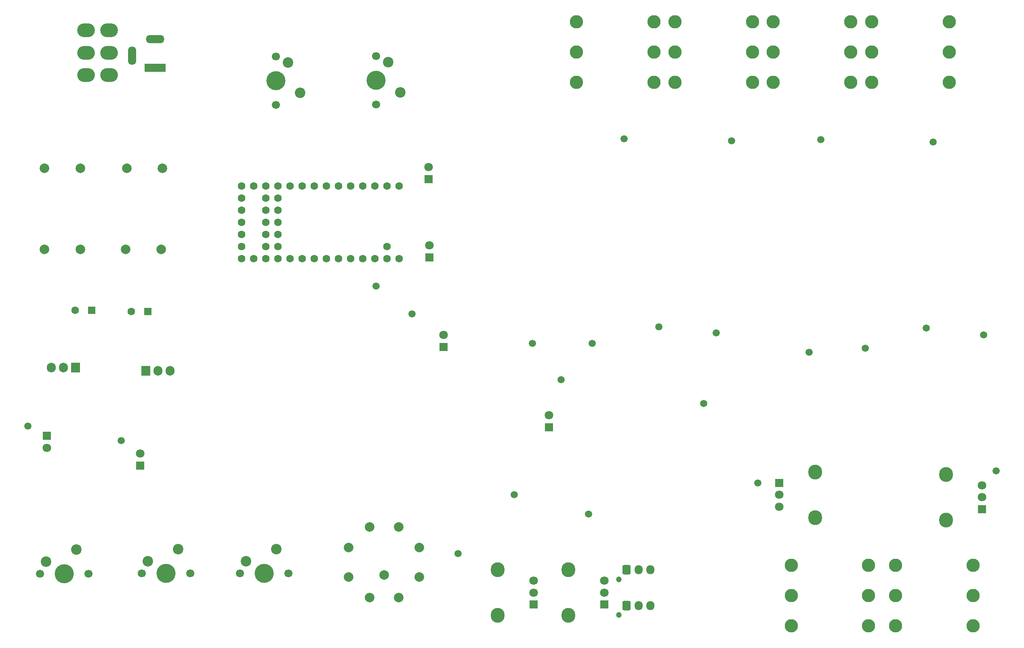
<source format=gbr>
%TF.GenerationSoftware,KiCad,Pcbnew,7.0.8*%
%TF.CreationDate,2024-02-21T10:41:43-05:00*%
%TF.ProjectId,Quad Joystick Mixer,51756164-204a-46f7-9973-7469636b204d,rev?*%
%TF.SameCoordinates,Original*%
%TF.FileFunction,Soldermask,Bot*%
%TF.FilePolarity,Negative*%
%FSLAX46Y46*%
G04 Gerber Fmt 4.6, Leading zero omitted, Abs format (unit mm)*
G04 Created by KiCad (PCBNEW 7.0.8) date 2024-02-21 10:41:43*
%MOMM*%
%LPD*%
G01*
G04 APERTURE LIST*
G04 Aperture macros list*
%AMRoundRect*
0 Rectangle with rounded corners*
0 $1 Rounding radius*
0 $2 $3 $4 $5 $6 $7 $8 $9 X,Y pos of 4 corners*
0 Add a 4 corners polygon primitive as box body*
4,1,4,$2,$3,$4,$5,$6,$7,$8,$9,$2,$3,0*
0 Add four circle primitives for the rounded corners*
1,1,$1+$1,$2,$3*
1,1,$1+$1,$4,$5*
1,1,$1+$1,$6,$7*
1,1,$1+$1,$8,$9*
0 Add four rect primitives between the rounded corners*
20,1,$1+$1,$2,$3,$4,$5,0*
20,1,$1+$1,$4,$5,$6,$7,0*
20,1,$1+$1,$6,$7,$8,$9,0*
20,1,$1+$1,$8,$9,$2,$3,0*%
G04 Aperture macros list end*
%ADD10C,1.500000*%
%ADD11C,2.800000*%
%ADD12C,2.000000*%
%ADD13R,1.800000X1.800000*%
%ADD14C,1.800000*%
%ADD15R,4.400000X1.700000*%
%ADD16O,3.900000X1.700000*%
%ADD17O,1.700000X3.900000*%
%ADD18C,1.700000*%
%ADD19C,4.000000*%
%ADD20C,2.200000*%
%ADD21O,2.900000X3.100000*%
%ADD22R,1.905000X2.000000*%
%ADD23O,1.905000X2.000000*%
%ADD24C,1.200000*%
%ADD25RoundRect,0.250000X-0.600000X-0.725000X0.600000X-0.725000X0.600000X0.725000X-0.600000X0.725000X0*%
%ADD26O,1.700000X1.950000*%
%ADD27O,3.700000X2.900000*%
%ADD28R,1.600000X1.600000*%
%ADD29C,1.600000*%
G04 APERTURE END LIST*
D10*
%TO.C,TP16*%
X161988750Y-58011250D03*
%TD*%
%TO.C,TP19*%
X203238750Y-58261250D03*
%TD*%
D11*
%TO.C,J4*%
X152013750Y-39859850D03*
X168243750Y-39859850D03*
X152013750Y-33509850D03*
X168243750Y-33509850D03*
X152013750Y-46209850D03*
X168243750Y-46209850D03*
%TD*%
D12*
%TO.C,C3*%
X65238750Y-64261250D03*
X57738750Y-64261250D03*
%TD*%
D13*
%TO.C,D11*%
X146268750Y-118589850D03*
D14*
X146268750Y-116049850D03*
%TD*%
D11*
%TO.C,J3*%
X235103750Y-153912650D03*
X218873750Y-153912650D03*
X235103750Y-160262650D03*
X218873750Y-160262650D03*
X235103750Y-147562650D03*
X218873750Y-147562650D03*
%TD*%
D13*
%TO.C,D7*%
X60528750Y-126646250D03*
D14*
X60528750Y-124106250D03*
%TD*%
D15*
%TO.C,J1*%
X63638750Y-43122650D03*
D16*
X63638750Y-37122650D03*
D17*
X58838750Y-40622650D03*
%TD*%
D13*
%TO.C,D21*%
X121151250Y-82986250D03*
D14*
X121151250Y-80446250D03*
%TD*%
D18*
%TO.C,SW6*%
X110028750Y-40711250D03*
D19*
X110028750Y-45791250D03*
D18*
X110028750Y-50871250D03*
D20*
X115108750Y-48331250D03*
X112568750Y-41981250D03*
%TD*%
D11*
%TO.C,J5*%
X172633750Y-39859850D03*
X188863750Y-39859850D03*
X172633750Y-33509850D03*
X188863750Y-33509850D03*
X172633750Y-46209850D03*
X188863750Y-46209850D03*
%TD*%
D21*
%TO.C,RV2*%
X229488750Y-138061250D03*
X229488750Y-128461250D03*
D13*
X236988750Y-135761250D03*
D14*
X236988750Y-133261250D03*
X236988750Y-130761250D03*
%TD*%
D22*
%TO.C,U1*%
X61698750Y-106706250D03*
D23*
X64238750Y-106706250D03*
X66778750Y-106706250D03*
%TD*%
D18*
%TO.C,SW3*%
X39558750Y-149301250D03*
D19*
X44638750Y-149301250D03*
D18*
X49718750Y-149301250D03*
D20*
X47178750Y-144221250D03*
X40828750Y-146761250D03*
%TD*%
D10*
%TO.C,TP13*%
X200763750Y-102836250D03*
%TD*%
D22*
%TO.C,U2*%
X47028750Y-106066250D03*
D23*
X44488750Y-106066250D03*
X41948750Y-106066250D03*
%TD*%
D18*
%TO.C,SW4*%
X60908750Y-149261250D03*
D19*
X65988750Y-149261250D03*
D18*
X71068750Y-149261250D03*
D20*
X68528750Y-144181250D03*
X62178750Y-146721250D03*
%TD*%
D11*
%TO.C,J6*%
X193253750Y-39859850D03*
X209483750Y-39859850D03*
X193253750Y-33509850D03*
X209483750Y-33509850D03*
X193253750Y-46209850D03*
X209483750Y-46209850D03*
%TD*%
D12*
%TO.C,C4*%
X64988750Y-81261250D03*
X57488750Y-81261250D03*
%TD*%
D24*
%TO.C,J9*%
X160900000Y-150475000D03*
D25*
X162500000Y-148475000D03*
D26*
X165000000Y-148475000D03*
X167500000Y-148475000D03*
%TD*%
D12*
%TO.C,SW2*%
X119049750Y-149973650D03*
X114719750Y-154303650D03*
X108597750Y-154303650D03*
X104267750Y-149973650D03*
X104267750Y-143851650D03*
X108597750Y-139521650D03*
X114719750Y-139521650D03*
X119049750Y-143851650D03*
X111658750Y-149562650D03*
%TD*%
D10*
%TO.C,TP5*%
X148768750Y-108589850D03*
%TD*%
D13*
%TO.C,D8*%
X124098750Y-101761250D03*
D14*
X124098750Y-99221250D03*
%TD*%
D10*
%TO.C,TP3*%
X37028750Y-118371250D03*
%TD*%
D21*
%TO.C,RV1*%
X201988750Y-127961250D03*
X201988750Y-137561250D03*
D13*
X194488750Y-130261250D03*
D14*
X194488750Y-132761250D03*
X194488750Y-135261250D03*
%TD*%
D10*
%TO.C,TP18*%
X226738750Y-58761250D03*
%TD*%
D21*
%TO.C,RV4*%
X150288750Y-158061250D03*
X150288750Y-148461250D03*
D13*
X157788750Y-155761250D03*
D14*
X157788750Y-153261250D03*
X157788750Y-150761250D03*
%TD*%
D10*
%TO.C,TP21*%
X154488750Y-136761250D03*
%TD*%
%TO.C,TP1*%
X109960057Y-88984230D03*
%TD*%
D18*
%TO.C,SW7*%
X89028750Y-40791250D03*
D19*
X89028750Y-45871250D03*
D18*
X89028750Y-50951250D03*
D20*
X94108750Y-48411250D03*
X91568750Y-42061250D03*
%TD*%
D10*
%TO.C,TP6*%
X189988750Y-130261250D03*
%TD*%
%TO.C,TP9*%
X225288750Y-97741250D03*
%TD*%
%TO.C,TP17*%
X184488750Y-58511250D03*
%TD*%
%TO.C,TP2*%
X56528750Y-121371250D03*
%TD*%
D27*
%TO.C,SW1*%
X53988750Y-44711250D03*
X53988750Y-40011250D03*
X53988750Y-35311250D03*
X49188750Y-44711250D03*
X49188750Y-40011250D03*
X49188750Y-35311250D03*
%TD*%
D10*
%TO.C,TP22*%
X127158750Y-145062650D03*
%TD*%
D28*
%TO.C,C14*%
X50391401Y-94011250D03*
D29*
X46891401Y-94011250D03*
%TD*%
D24*
%TO.C,J8*%
X160900000Y-158000000D03*
D25*
X162500000Y-156000000D03*
D26*
X165000000Y-156000000D03*
X167500000Y-156000000D03*
%TD*%
D10*
%TO.C,TP14*%
X155251250Y-100971250D03*
%TD*%
D12*
%TO.C,C12*%
X47988750Y-64261250D03*
X40488750Y-64261250D03*
%TD*%
D10*
%TO.C,TP4*%
X117488750Y-94761250D03*
%TD*%
D21*
%TO.C,RV3*%
X135488750Y-158061250D03*
X135488750Y-148461250D03*
D13*
X142988750Y-155761250D03*
D14*
X142988750Y-153261250D03*
X142988750Y-150761250D03*
%TD*%
D10*
%TO.C,TP7*%
X239988750Y-127761250D03*
%TD*%
%TO.C,TP15*%
X212488750Y-102011250D03*
%TD*%
D18*
%TO.C,SW5*%
X81488750Y-149261250D03*
D19*
X86568750Y-149261250D03*
D18*
X91648750Y-149261250D03*
D20*
X89108750Y-144181250D03*
X82758750Y-146721250D03*
%TD*%
D10*
%TO.C,TP23*%
X178668750Y-113589850D03*
%TD*%
D11*
%TO.C,J7*%
X213873750Y-39859850D03*
X230103750Y-39859850D03*
X213873750Y-33509850D03*
X230103750Y-33509850D03*
X213873750Y-46209850D03*
X230103750Y-46209850D03*
%TD*%
D10*
%TO.C,TP12*%
X142751250Y-100971250D03*
%TD*%
D13*
%TO.C,D9*%
X41028750Y-120331250D03*
D14*
X41028750Y-122871250D03*
%TD*%
D11*
%TO.C,J2*%
X213238750Y-153912650D03*
X197008750Y-153912650D03*
X213238750Y-160262650D03*
X197008750Y-160262650D03*
X213238750Y-147562650D03*
X197008750Y-147562650D03*
%TD*%
D12*
%TO.C,C13*%
X47988750Y-81261250D03*
X40488750Y-81261250D03*
%TD*%
D10*
%TO.C,TP10*%
X181288750Y-98741250D03*
%TD*%
%TO.C,TP11*%
X237288750Y-99241250D03*
%TD*%
%TO.C,TP8*%
X169288750Y-97511250D03*
%TD*%
D29*
%TO.C,U20*%
X114813750Y-67942650D03*
X112273750Y-67942650D03*
X109733750Y-67942650D03*
X107193750Y-67942650D03*
X104653750Y-67942650D03*
X102113750Y-67942650D03*
X99573750Y-67942650D03*
X97033750Y-67942650D03*
X94493750Y-67942650D03*
X91953750Y-67942650D03*
X89413750Y-67942650D03*
X86873750Y-67942650D03*
X84333750Y-67942650D03*
X81793750Y-67942650D03*
X81793750Y-70482650D03*
X81793750Y-73022650D03*
X81793750Y-75562650D03*
X81793750Y-78102650D03*
X81793750Y-80642650D03*
X81793750Y-83182650D03*
X84333750Y-83182650D03*
X86873750Y-83182650D03*
X89413750Y-83182650D03*
X91953750Y-83182650D03*
X94493750Y-83182650D03*
X97033750Y-83182650D03*
X99573750Y-83182650D03*
X102113750Y-83182650D03*
X104653750Y-83182650D03*
X107193750Y-83182650D03*
X109733750Y-83182650D03*
X112273750Y-83182650D03*
X114813750Y-83182650D03*
X112273750Y-80642650D03*
X86873750Y-80642650D03*
X89413750Y-80642650D03*
X86873750Y-78102650D03*
X89413750Y-78102650D03*
X86873750Y-75562650D03*
X89413750Y-75562650D03*
X86873750Y-73022650D03*
X89413750Y-73022650D03*
X86873750Y-70482650D03*
X89413750Y-70482650D03*
%TD*%
D10*
%TO.C,TP20*%
X138988750Y-132761250D03*
%TD*%
D13*
%TO.C,D20*%
X120988750Y-66536250D03*
D14*
X120988750Y-63996250D03*
%TD*%
D28*
%TO.C,C5*%
X62141401Y-94261250D03*
D29*
X58641401Y-94261250D03*
%TD*%
M02*

</source>
